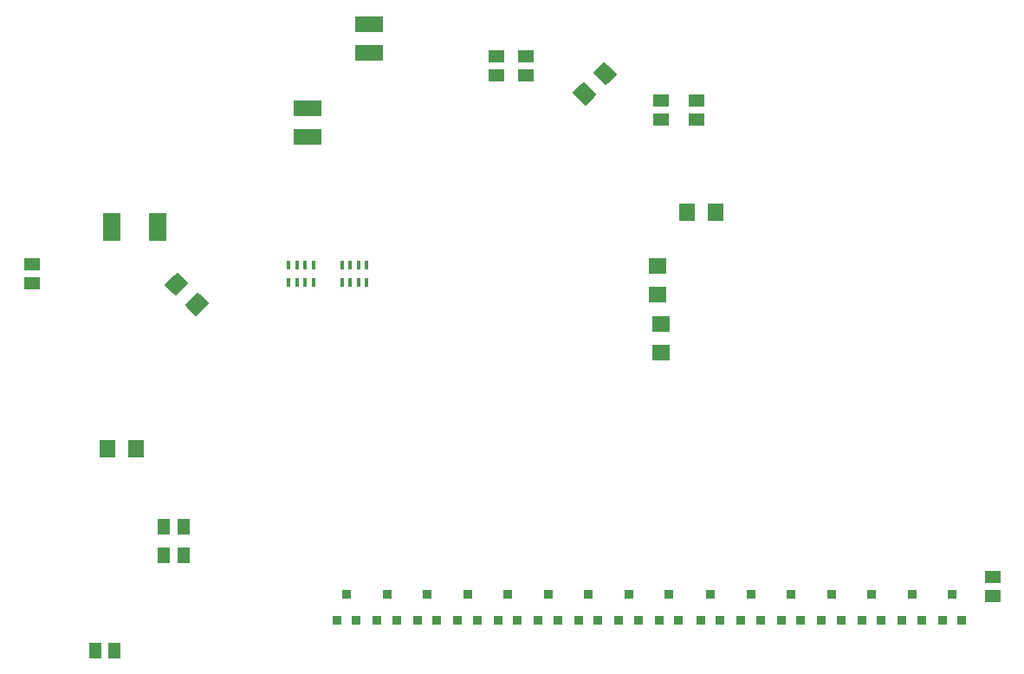
<source format=gbp>
%FSLAX23Y23*%
%MOIN*%
G70*
G01*
G75*
%ADD10C,0.010*%
%ADD11R,0.039X0.033*%
%ADD12R,0.039X0.033*%
%ADD13R,0.037X0.035*%
%ADD14R,0.037X0.035*%
%ADD15R,0.059X0.051*%
%ADD16R,0.085X0.024*%
%ADD17R,0.106X0.071*%
%ADD18R,0.049X0.014*%
%ADD19R,0.035X0.037*%
%ADD20R,0.035X0.037*%
%ADD21R,0.047X0.087*%
%ADD22R,0.047X0.087*%
%ADD23R,0.134X0.087*%
%ADD24R,0.018X0.035*%
%ADD25R,0.053X0.014*%
%ADD26R,0.087X0.024*%
%ADD27R,0.087X0.024*%
%ADD28R,0.063X0.012*%
%ADD29R,0.012X0.063*%
%ADD30R,0.035X0.018*%
%ADD31R,0.106X0.071*%
%ADD32R,0.051X0.059*%
%ADD33R,0.106X0.063*%
%ADD34R,0.063X0.071*%
%ADD35R,0.100X0.100*%
%ADD36R,0.063X0.071*%
%ADD37R,0.077X0.124*%
%ADD38R,0.120X0.220*%
%ADD39R,0.150X0.114*%
%ADD40C,0.020*%
%ADD41C,0.040*%
%ADD42C,0.060*%
%ADD43C,0.030*%
%ADD44C,0.050*%
%ADD45C,0.023*%
%ADD46C,0.080*%
%ADD47C,0.011*%
%ADD48C,0.013*%
%ADD49C,0.016*%
%ADD50C,0.047*%
%ADD51C,0.025*%
%ADD52R,0.262X0.237*%
%ADD53C,0.060*%
%ADD54C,0.059*%
%ADD55C,0.240*%
%ADD56C,0.280*%
%ADD57C,0.059*%
%ADD58O,0.157X0.079*%
%ADD59O,0.079X0.157*%
%ADD60O,0.079X0.177*%
%ADD61O,0.050X0.060*%
%ADD62O,0.060X0.055*%
%ADD63O,0.060X0.050*%
%ADD64O,0.039X0.067*%
%ADD65R,0.059X0.059*%
%ADD66R,0.059X0.059*%
%ADD67C,0.050*%
%ADD68R,0.071X0.106*%
%ADD69R,0.071X0.063*%
%ADD70R,0.071X0.063*%
%ADD71C,0.039*%
%ADD72C,0.070*%
%ADD73C,0.010*%
%ADD74C,0.008*%
%ADD75C,0.008*%
%ADD76C,0.006*%
%ADD77C,0.012*%
%ADD78C,0.006*%
D15*
X5100Y1708D02*
D03*
Y1782D02*
D03*
X3190Y3713D02*
D03*
Y3787D02*
D03*
X3305Y3713D02*
D03*
Y3787D02*
D03*
X1405Y2913D02*
D03*
Y2987D02*
D03*
X3960Y3543D02*
D03*
Y3617D02*
D03*
X3825Y3543D02*
D03*
Y3617D02*
D03*
D19*
X2925Y1714D02*
D03*
X2962Y1616D02*
D03*
X3700Y1714D02*
D03*
X3737Y1616D02*
D03*
X3855Y1714D02*
D03*
X3892Y1616D02*
D03*
X4635Y1714D02*
D03*
X4672Y1616D02*
D03*
X4790Y1714D02*
D03*
X4827Y1616D02*
D03*
X4945Y1714D02*
D03*
X4982Y1616D02*
D03*
X4170Y1714D02*
D03*
X4207Y1616D02*
D03*
X4325Y1714D02*
D03*
X4362Y1616D02*
D03*
X4517D02*
D03*
X4480Y1714D02*
D03*
X2615D02*
D03*
X2652Y1616D02*
D03*
X2770Y1714D02*
D03*
X2807Y1616D02*
D03*
X3080Y1714D02*
D03*
X3117Y1616D02*
D03*
X3235Y1714D02*
D03*
X3272Y1616D02*
D03*
X3390Y1714D02*
D03*
X3427Y1616D02*
D03*
X3545Y1714D02*
D03*
X3582Y1616D02*
D03*
X4015Y1714D02*
D03*
X4052Y1616D02*
D03*
D20*
X2888Y1616D02*
D03*
X3663D02*
D03*
X3818D02*
D03*
X4598D02*
D03*
X4753D02*
D03*
X4908D02*
D03*
X4133D02*
D03*
X4288D02*
D03*
X4443D02*
D03*
X2578D02*
D03*
X2733D02*
D03*
X3043D02*
D03*
X3198D02*
D03*
X3353D02*
D03*
X3508D02*
D03*
X3978D02*
D03*
D24*
X2456Y2983D02*
D03*
X2424D02*
D03*
X2393Y2983D02*
D03*
X2487Y2983D02*
D03*
X2424Y2917D02*
D03*
X2393D02*
D03*
X2456Y2917D02*
D03*
X2487Y2917D02*
D03*
X2661Y2983D02*
D03*
X2629D02*
D03*
X2598Y2983D02*
D03*
X2692Y2983D02*
D03*
X2629Y2917D02*
D03*
X2598D02*
D03*
X2661Y2917D02*
D03*
X2692Y2917D02*
D03*
D32*
X1987Y1975D02*
D03*
X1913D02*
D03*
X1987Y1865D02*
D03*
X1913D02*
D03*
X1648Y1500D02*
D03*
X1722D02*
D03*
D33*
X2700Y3910D02*
D03*
Y3800D02*
D03*
X2465Y3585D02*
D03*
Y3475D02*
D03*
D34*
X1695Y2275D02*
D03*
X1805D02*
D03*
X4035Y3185D02*
D03*
X3925D02*
D03*
D48*
X1923Y2906D02*
X1964Y2947D01*
X1999Y2912D01*
X1958Y2871D01*
X1923Y2906D01*
X1938D02*
X1964Y2932D01*
X1984Y2912D01*
X1958Y2886D01*
X1938Y2906D01*
X1954D02*
X1964Y2916D01*
X1969Y2912D01*
X1958Y2901D01*
X1954Y2906D01*
X1960Y2909D02*
X1962D01*
X2001Y2828D02*
X2042Y2869D01*
X2077Y2834D01*
X2036Y2793D01*
X2001Y2828D01*
X2016D02*
X2042Y2854D01*
X2062Y2834D01*
X2036Y2808D01*
X2016Y2828D01*
X2031D02*
X2042Y2839D01*
X2046Y2834D01*
X2036Y2824D01*
X2031Y2828D01*
X2038Y2831D02*
X2040D01*
X3606Y3757D02*
X3647Y3716D01*
X3612Y3681D01*
X3571Y3722D01*
X3606Y3757D01*
Y3742D02*
X3632Y3716D01*
X3612Y3696D01*
X3586Y3722D01*
X3606Y3742D01*
Y3726D02*
X3616Y3716D01*
X3612Y3711D01*
X3601Y3722D01*
X3606Y3726D01*
X3609Y3720D02*
Y3718D01*
X3528Y3679D02*
X3569Y3638D01*
X3534Y3603D01*
X3493Y3644D01*
X3528Y3679D01*
Y3664D02*
X3554Y3638D01*
X3534Y3618D01*
X3508Y3644D01*
X3528Y3664D01*
Y3649D02*
X3539Y3638D01*
X3534Y3634D01*
X3524Y3644D01*
X3528Y3649D01*
X3531Y3642D02*
Y3640D01*
D68*
X1713Y3130D02*
D03*
X1887D02*
D03*
D69*
X3810Y2980D02*
D03*
Y2870D02*
D03*
X3825Y2645D02*
D03*
D70*
Y2755D02*
D03*
M02*

</source>
